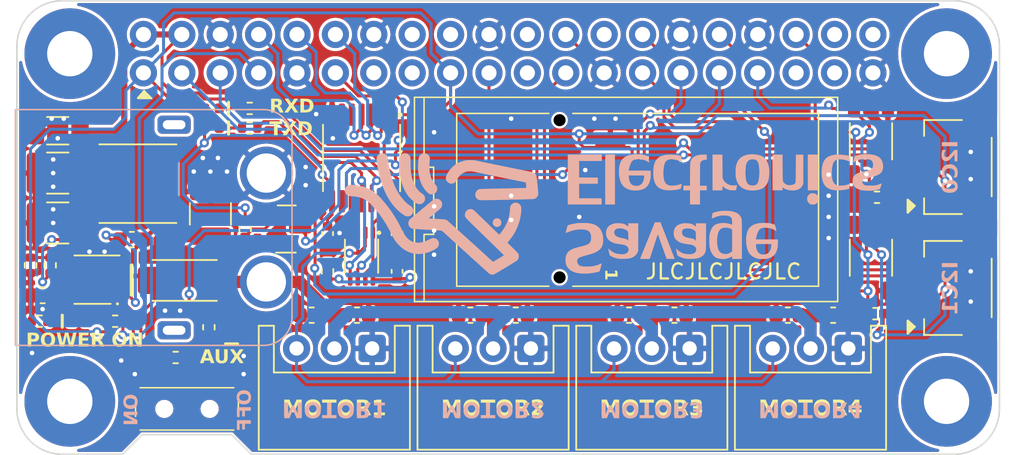
<source format=kicad_pcb>
(kicad_pcb (version 20221018) (generator pcbnew)
  (layers (0 "F.Cu" signal) (31 "B.Cu" signal) (34 "B.Paste" user) (35 "F.Paste" user) (36 "B.SilkS" user "B.Silkscreen") (37 "F.SilkS" user "F.Silkscreen") (38 "B.Mask" user) (39 "F.Mask" user) (44 "Edge.Cuts" user))
  (net 0 "")
  (net 1 "VDD")
  (net 2 "GND")
  (net 3 "VCC")
  (net 4 "Net-(D1-K)")
  (net 5 "Net-(D2-K)")
  (net 6 "Net-(D3-K)")
  (net 7 "CTRLL")
  (net 8 "Net-(D4-K)")
  (net 9 "RXDL")
  (net 10 "TXDL")
  (net 11 "DATAL")
  (net 12 "DATA")
  (net 15 "TXD")
  (net 16 "RXD")
  (net 17 "CTRL")
  (net 18 "VDC")
  (net 19 "STATUS")
  (net 20 "SDA1")
  (net 21 "SCL1")
  (net 23 "PGOOD")
  (net 28 "SDA0")
  (net 29 "SCL0")
  (net 30 "CS")
  (net 31 "BTN2")
  (net 32 "BTN1")
  (net 36 "EN")
  (net 37 "Net-(U3-BST)")
  (net 38 "Net-(U3-LX)")
  (net 39 "Net-(U3-BIAS)")
  (net 40 "Net-(U3-FB)")
  (net 47 "Net-(LCD1-LED_CATHODE)")
  (net 48 "MOSI")
  (net 49 "SCK")
  (net 50 "RS")
  (net 51 "RST")
  (net 52 "BLK")
  (net 54 "VD")
  (footprint "Savage_Electronics:Raspberry Pi Zero Hat" (layer "F.Cu") (at 117 30)
    (fp_text reference "J2" hide)
    (fp_text value "Raspberry_Pi_2_3")
  )
  (footprint "Capacitor_SMD:C_1206_3216Metric" (layer "F.Cu") (at 87.2 35.1 180)
    (fp_text reference "C17" hide)
    (fp_text value "22uF")
  )
  (footprint "Diode_SMD:D_SMA" (layer "F.Cu") (at 95.6 45)
    (fp_text reference "D5" hide)
    (fp_text value "MBRA340")
  )
  (footprint "Capacitor_SMD:C_0402_1005Metric" (layer "F.Cu") (at 109.65 44.4 90)
    (fp_text reference "C2" hide)
    (fp_text value "0.1uF" hide)
  )
  (footprint "Resistor_SMD:R_0402_1005Metric" (layer "F.Cu") (at 91 47.7)
    (fp_text reference "R7" hide)
    (fp_text value "10K")
  )
  (footprint "Capacitor_SMD:C_0402_1005Metric" (layer "F.Cu") (at 105.05 41.9 -90)
    (fp_text reference "C1" hide)
    (fp_text value "1uF")
  )
  (footprint "Savage_Electronics:TDFN12_3x3mm_P05_EP" (layer "F.Cu") (at 89.8 45 180)
    (fp_text reference "U3" hide)
    (fp_text value "MAX25232")
  )
  (footprint "Resistor_SMD:R_0402_1005Metric" (layer "F.Cu") (at 86.7 44 90)
    (fp_text reference "R9" hide)
    (fp_text value "120K")
  )
  (footprint "Savage_Electronics:450404015514_SW" (layer "F.Cu") (at 95.75 53.5 180)
    (fp_text reference "S1" hide)
    (fp_text value "450404015514")
  )
  (footprint "Resistor_SMD:R_0402_1005Metric" (layer "F.Cu") (at 99.9 33.62)
    (fp_text reference "R1" hide)
    (fp_text value "1K")
  )
  (footprint "Resistor_SMD:R_0402_1005Metric" (layer "F.Cu") (at 86 47.7 180)
    (fp_text reference "R4" hide)
    (fp_text value "1K")
  )
  (footprint "Capacitor_SMD:C_0603_1608Metric" (layer "F.Cu") (at 92.1 42.3)
    (fp_text reference "C12" hide)
    (fp_text value "0.1uF")
  )
  (footprint "Button_SMD:434123025826" (layer "F.Cu") (at 141 43.5 90)
    (fp_text reference "S3" hide)
    (fp_text value "Push_Button_4pin")
  )
  (footprint "Resistor_SMD:R_0402_1005Metric" (layer "F.Cu") (at 97.2 48.1 90)
    (fp_text reference "R3" hide)
    (fp_text value "1K")
  )
  (footprint "Resistor_SMD:R_0402_1005Metric" (layer "F.Cu") (at 99.9 34.92)
    (fp_text reference "R2" hide)
    (fp_text value "1K")
  )
  (footprint "JST_Connectors:JST_EH_S3B-EH_1x03_P2.50mm_Horizontal" (layer "F.Cu") (at 105.5 49.5 180)
    (fp_text reference "J1" hide)
    (fp_text value "Conn_01x03_Socket" hide)
  )
  (footprint "JST_Connectors:JST_EH_S3B-EH_1x03_P2.50mm_Horizontal" (layer "F.Cu") (at 137 49.5 180)
    (fp_text reference "J5" hide)
    (fp_text value "Conn_01x03_Socket")
  )
  (footprint "Capacitor_SMD:C_0603_1608Metric" (layer "F.Cu") (at 135.5 47.3 180)
    (fp_text reference "C6" hide)
    (fp_text value "10uF")
  )
  (footprint "Package_TO_SOT_SMD:SOT-23" (layer "F.Cu") (at 102.3 41.6)
    (fp_text reference "Q1" hide)
    (fp_text value "NMOS")
  )
  (footprint "Capacitor_SMD:C_0603_1608Metric" (layer "F.Cu") (at 104 47.3 180)
    (fp_text reference "C3" hide)
    (fp_text value "10uF")
  )
  (footprint "Button_SMD:434123025826" (layer "F.Cu") (at 141 35.8 90)
    (fp_text reference "S2" hide)
    (fp_text value "Push_Button_4pin")
  )
  (footprint "Connector_JST:JST_SH_SM04B-SRSS-TB_1x04-1MP_P1.00mm_Horizontal" (layer "F.Cu") (at 146.3 37.5 90)
    (fp_text reference "J6" hide)
    (fp_text value "Conn_01x04_Socket")
  )
  (footprint "Inductor_SMD:L_Taiyo-Yuden_MD-5050" (layer "F.Cu") (at 92.5 38.6 180)
    (fp_text reference "L1" hide)
    (fp_text value "2.2uH")
  )
  (footprint "Resistor_SMD:R_0402_1005Metric" (layer "F.Cu") (at 105.05 44.4 90)
    (fp_text reference "R5" hide)
    (fp_text value "10K")
  )
  (footprint "Capacitor_SMD:C_0603_1608Metric" (layer "F.Cu") (at 125 47.3 180)
    (fp_text reference "C8" hide)
    (fp_text value "10uF")
  )
  (footprint "Capacitor_SMD:C_0603_1608Metric" (layer "F.Cu") (at 138.5 47.3)
    (fp_text reference "C7" hide)
    (fp_text value "1uF")
  )
  (footprint "Resistor_SMD:R_0402_1005Metric" (layer "F.Cu") (at 99.6 41.6 -90)
    (fp_text reference "R10" hide)
    (fp_text value "10K")
  )
  (footprint "SMD_MONO_LED:0402LED" (layer "F.Cu") (at 88.6 47.7)
    (fp_text reference "D4" hide)
    (fp_text value "Green")
  )
  (footprint "Capacitor_SMD:C_0603_1608Metric" (layer "F.Cu") (at 117.5 47.3)
    (fp_text reference "C11" hide)
    (fp_text value "1uF")
  )
  (footprint "JST_Connectors:JST_EH_S3B-EH_1x03_P2.50mm_Horizontal" (layer "F.Cu") (at 126.5 49.5 180)
    (fp_text reference "J4" hide)
    (fp_text value "Conn_01x03_Socket")
  )
  (footprint "SMD_MONO_LED:0402LED" (layer "F.Cu") (at 97.4 33.62 180)
    (fp_text reference "D1" hide)
    (fp_text value "Orange")
  )
  (footprint "Capacitor_SMD:C_1210_3225Metric" (layer "F.Cu") (at 97.3 40.6 90)
    (fp_text reference "C19" hide)
    (fp_text value "22uF")
  )
  (footprint "Capacitor_SMD:C_0603_1608Metric" (layer "F.Cu") (at 86.2 46 180)
    (fp_text reference "C13" hide)
    (fp_text value "1uF")
  )
  (footprint "Capacitor_SMD:C_1210_3225Metric" (layer "F.Cu") (at 87.2 41.2 180)
    (fp_text reference "C16" hide)
    (fp_text value "47uF")
  )
  (footprint "SMD_MONO_LED:0402LED" (layer "F.Cu") (at 98.7 48.1 90)
    (fp_text reference "D3" hide)
    (fp_text value "Blue")
  )
  (footprint "JST_Connectors:JST_EH_S3B-EH_1x03_P2.50mm_Horizontal" (layer "F.Cu") (at 116 49.5 180)
    (fp_text reference "J3" hide)
    (fp_text value "Conn_01x03_Socket")
  )
  (footprint "Capacitor_SMD:C_0603_1608Metric" (layer "F.Cu") (at 107 47.3)
    (fp_text reference "C4" hide)
    (fp_text value "1uF")
  )
  (footprint "LCD_Displays:IPS 0.96" (layer "F.Cu") (at 110.8 46.4)
    (fp_text reference "LCD1" hide)
    (fp_text value "ST7735")
  )
  (footprint "Resistor_SMD:R_0402_1005Metric" (layer "F.Cu") (at 85.4 44 -90)
    (fp_text reference "R8" hide)
    (fp_text value "30K")
  )
  (footprint "Capacitor_SMD:C_1210_3225Metric" (layer "F.Cu") (at 87.2 37.9 180)
    (fp_text reference "C15" hide)
    (fp_text value "47uF")
  )
  (footprint "VSSOP_SMD:VSSOP-8_2.3x2mm_P0.5mm" (layer "F.Cu") (at 107.3 43.4 -90)
    (fp_text reference "U2" hide)
    (fp_text value "SN74LVC2G241DCTR")
  )
  (footprint "Capacitor_SMD:C_0402_1005Metric" (layer "F.Cu") (at 109.65 41.9 -90)
    (fp_text reference "C5" hide)
    (fp_text value "0.1uF")
  )
  (footprint "Resistor_SMD:R_0402_1005Metric" (layer "F.Cu") (at 141.4 39.5 180)
    (fp_text reference "R11" hide)
    (fp_text value "10K")
  )
  (footprint "SMD_MONO_LED:0402LED" (layer "F.Cu") (at 97.4 34.92 180)
    (fp_text reference "D2" hide)
    (fp_text value "Orange")
  )
  (footprint "Resistor_SMD:R_0402_1005Metric" (layer "F.Cu") (at 95 50.1 180)
    (fp_text reference "R6" hide)
    (fp_text value "10K")
  )
  (footprint "Capacitor_SMD:C_0603_1608Metric" (layer "F.Cu") (at 114.5 47.3 180)
    (fp_text reference "C10" hide)
    (fp_text value "10uF")
  )
  (footprint "TSSOP_SMD:TSSOP14_5x4.4_0.65" (layer "F.Cu") (at 107.3 36.9 -90)
    (fp_text reference "U1" hide)
    (fp_text value "TXB0104PWR")
  )
  (footprint "Capacitor_SMD:C_0603_1608Metric" (layer "F.Cu") (at 128 47.3)
    (fp_text reference "C9" hide)
    (fp_text value "1uF")
  )
  (footprint "Connector_JST:JST_SH_SM04B-SRSS-TB_1x04-1MP_P1.00mm_Horizontal" (layer "F.Cu") (at 146.3 45.5 90)
    (fp_text reference "J7" hide)
    (fp_text value "Conn_01x04_Socket")
  )
  (footprint "Resistor_SMD:R_0402_1005Metric" (layer "F.Cu") (at 141.3 47.2 180)
    (fp_text reference "R12" hide)
    (fp_text value "10K")
  )
  (footprint "SE_Graphics:G_SELOGO_MED" (layer "B.Cu") (at 124 40.6)
    (fp_text reference "G_logoMedium" hide)
    (fp_text value "LOGO" hide)
  )
  (footprint "Savage_Electronics:XT60PW-M20" (layer "B.Cu") (at 101 41.5 -90)
    (fp_text reference "J8" hide)
    (fp_text value "Conn_01x02_Socket")
  )
  (gr_poly (pts (xy 93.363763 32.934979) (xy 92.513763 32.934979) (xy 92.913763 32.484979)) (stroke (width 0.15)) (fill solid) (layer "F.SilkS"))
  (gr_poly (pts (xy 143.431564 40.514258) (xy 143.431564 39.664258) (xy 143.881564 40.064258)) (stroke (width 0.15)) (fill solid) (layer "F.SilkS"))
  (gr_poly (pts (xy 143.431564 48.514258) (xy 143.431564 47.664258) (xy 143.881564 48.064258)) (stroke (width 0.15)) (fill solid) (layer "F.SilkS"))
  (gr_line (start 100 56.5) (end 146.5 56.5) (stroke (width 0.1)) (layer "Edge.Cuts"))
  (gr_line (start 98.7 55.2) (end 100 56.5) (stroke (width 0.1)) (layer "Edge.Cuts"))
  (gr_arc (start 87.5 56.5) (mid 85.37868 55.62132) (end 84.5 53.5) (stroke (width 0.1)) (layer "Edge.Cuts"))
  (gr_line (start 149.5 53.5) (end 149.5 29.5) (stroke (width 0.1)) (layer "Edge.Cuts"))
  (gr_arc (start 146.5 26.5) (mid 148.62132 27.37868) (end 149.5 29.5) (stroke (width 0.1)) (layer "Edge.Cuts"))
  (gr_line (start 92.8 55.2) (end 98.7 55.2) (stroke (width 0.1)) (layer "Edge.Cuts"))
  (gr_line (start 87.5 56.5) (end 91.5 56.5) (stroke (width 0.1)) (layer "Edge.Cuts"))
  (gr_arc (start 84.5 29.5) (mid 85.37868 27.37868) (end 87.5 26.5) (stroke (width 0.1)) (layer "Edge.Cuts"))
  (gr_arc (start 149.5 53.5) (mid 148.62132 55.62132) (end 146.5 56.5) (stroke (width 0.1)) (layer "Edge.Cuts"))
  (gr_line (start 146.5 26.5) (end 87.5 26.5) (stroke (width 0.1)) (layer "Edge.Cuts"))
  (gr_line (start 84.5 29.5) (end 84.5 53.5) (stroke (width 0.1)) (layer "Edge.Cuts"))
  (gr_line (start 91.5 56.5) (end 92.8 55.2) (stroke (width 0.1)) (layer "Edge.Cuts"))
  (gr_text "MOTOR4" (at 137 53.5 180) (layer "B.SilkS") (effects (font (size 1.016 1.016) (thickness 0.2) bold) (justify mirror)))
  (gr_text "I2C0" (at 146.3 37.5 90) (layer "B.SilkS") (effects (font (size 1.016 1.016) (thickness 0.2) bold) (justify mirror)))
  (gr_text "OFF" (at 99.6 52.2 90) (layer "B.SilkS") (effects (font (size 0.9 0.9) (thickness 0.2) bold) (justify left mirror)))
  (gr_text "ON" (at 92.1 52.5 90) (layer "B.SilkS") (effects (font (size 0.9 0.9) (thickness 0.2) bold) (justify left mirror)))
  (gr_text "MOTOR2" (at 116 53.5 180) (layer "B.SilkS") (effects (font (size 1.016 1.016) (thickness 0.2) bold) (justify mirror)))
  (gr_text "MOTOR3" (at 126.5 53.5 180) (layer "B.SilkS") (effects (font (size 1.016 1.016) (thickness 0.2) bold) (justify mirror)))
  (gr_text "I2C1" (at 146.3 45.5 90) (layer "B.SilkS") (effects (font (size 1.016 1.016) (thickness 0.2) bold) (justify mirror)))
  (gr_text "MOTOR1" (at 105.5 53.5 180) (layer "B.SilkS") (effects (font (size 1.016 1.016) (thickness 0.2) bold) (justify mirror)))
  (gr_text "MOTOR3" (at 126.5 53.5) (layer "F.SilkS") (effects (font (size 1.016 1.016) (thickness 0.2) bold)))
  (gr_text "MOTOR2" (at 116 53.5) (layer "F.SilkS") (effects (font (size 1.016 1.016) (thickness 0.2) bold)))
  (gr_text "POWER ON" (at 85.1 49) (layer "F.SilkS") (effects (font (size 0.9 0.9) (thickness 0.2) bold) (justify left)))
  (gr_text "RXD" (at 101.2 33.52) (layer "F.SilkS") (effects (font (size 0.9 0.9) (thickness 0.2) bold) (justify left)))
  (gr_text "AUX" (at 96.6 50.1) (layer "F.SilkS") (effects (font (size 0.9 0.9) (thickness 0.2) bold) (justify left)))
  (gr_text "TXD" (at 101.2 35.02) (layer "F.SilkS") (effects (font (size 0.9 0.9) (thickness 0.2) bold) (justify left)))
  (gr_text "JLCJLCJLCJLC" (at 126 45) (layer "F.SilkS") (effects (font (size 1 1)) (justify left bottom)))
  (gr_text "MOTOR1" (at 105.5 53.5) (layer "F.SilkS") (effects (font (size 1.016 1.016) (thickness 0.2) bold)))
  (gr_text "MOTOR4" (at 137 53.5) (layer "F.SilkS") (effects (font (size 1.016 1.016) (thickness 0.2) bold)))
  (segment (start 109.65 41.42) (end 109.7024 41.3676) (width 0.2) (layer "F.Cu") (net 1))
  (segment (start 105.35 40.65) (end 105.35 39.7625) (width 0.2) (layer "F.Cu") (net 1))
  (segment (start 109.25 34.0375) (end 112.2625 34.0375) (width 0.2) (layer "F.Cu") (net 1))
  (segment (start 123.76 37.6) (end 125 37.6) (width 0.2) (layer "F.Cu") (net 1))
  (segment (start 121.7 35.9) (end 121.7 35.3) (width 0.2) (layer "F.Cu") (net 1))
  (segment (start 105.35 38.65) (end 105.35 39.7625) (width 0.2) (layer "F.Cu") (net 1))
  (segment (start 113.19 33.11) (end 113.19 31.27) (width 0.2) (layer "F.Cu") (net 1))
  (segment (start 109.25 35.45) (end 109.25 34.0375) (width 0.2) (layer "F.Cu") (net 1))
  (segment (start 123.76 36.2) (end 122 36.2) (width 0.2) (layer "F.Cu") (net 1))
  (segment (start 122 36.2) (end 121.7 35.9) (width 0.2) (layer "F.Cu") (net 1))
  (segment (start 105.05 41.42) (end 105.05 40.95) (width 0.2) (layer "F.Cu") (net 1))
  (segment (start 96.915 35.885) (end 96.915 33.615) (width 0.2) (layer "F.Cu") (net 1))
  (segment (start 89.085 47.7) (end 90.49 47.7) (width 0.2) (layer "F.Cu") (net 1))
  (segment (start 109.7024 41.3676) (end 109.7024 38.3024) (width 0.2) (layer "F.Cu") (net 1))
  (segment (start 125.2 36.4) (end 125 36.2) (width 0.2) (layer "F.Cu") (net 1))
  (segment (start 141.4 48.32) (end 141.81 47.91) (width 0.2) (layer "F.Cu") (net 1))
  (segment (start 99.6 41.09) (end 99.6 40.2) (width 0.2) (layer "F.Cu") (net 1))
  (segment (start 144.3 46) (end 145.5 46) (width 0.2) (layer "F.Cu") (net 1))
  (segment (start 141.4 48.6) (end 141.4 48.32) (width 0.2) (layer "F.Cu") (net 1))
  (segment (start 90.3 48.4) (end 89.8 48.4) (width 0.2) (layer "F.Cu") (net 1))
  (segment (start 96.915 33.615) (end 96.3 33) (width 0.2) (layer "F.Cu") (net 1))
  (segment (start 125.2 37.4) (end 125.2 36.4) (width 0.2) (layer "F.Cu") (net 1))
  (segment (start 141.1 40.3) (end 141.1 42.7) (width 0.2) (layer "F.Cu") (net 1))
  (segment (start 145.9 38.4) (end 145.5 38) (width 0.2) (layer "F.Cu") (net 1))
  (segment (start 108.8 37.4) (end 108.8 35.9) (width 0.2) (layer "F.Cu") (net 1))
  (segment (start 90.49 47.7) (end 90.49 48.21) (width 0.2) (layer "F.Cu") (net 1))
  (segment (start 145.9 45.6) (end 145.9 38.4) (width 0.2) (layer "F.Cu") (net 1))
  (segment (start 90.49 48.21) (end 90.3 48.4) (width 0.2) (layer "F.Cu") (net 1))
  (segment (start 141.81 47.91) (end 141.81 47.1) (width 0.2) (layer "F.Cu") (net 1))
  (segment (start 94.6 33) (end 92.87 31.27) (width 0.2) (layer "F.Cu") (net 1))
  (segment (start 125 36.2) (end 123.76 36.2) (width 0.2) (layer "F.Cu") (net 1))
  (segment (start 104.7 38) (end 105.35 38.65) (width 0.2) (layer "F.Cu") (net 1))
  (segment (start 108.8 35.9) (end 109.25 35.45) (width 0.2) (layer "F.Cu") (net 1))
  (segment (start 96.9 35.9) (end 96.915 35.885) (width 0.2) (layer "F.Cu") (net 1))
  (segment (start 112.2625 34.0375) (end 113.19 33.11) (width 0.2) (layer "F.Cu") (net 1))
  (segment (start 141.91 39.49) (end 141.1 40.3) (width 0.2) (layer "F.Cu") (net 1))
  (segment (start 109.7024 38.3024) (end 108.8 37.4) (width 0.2) (layer "F.Cu") (net 1))
  (segment (start 145.5 38) (end 144.3 38) (width 0.2) (layer "F.Cu") (net 1))
  (segment (start 125 37.6) (end 125.2 37.4) (width 0.2) (layer "F.Cu") (net 1))
  (segment (start 145.5 46) (end 145.9 45.6) (width 0.2) (layer "F.Cu") (net 1))
  (segment (start 96.3 33) (end 94.6 33) (width 0.2) (layer "F.Cu") (net 1))
  (segment (start 105.05 40.95) (end 105.35 40.65) (width 0.2) (layer "F.Cu") (net 1))
  (segment (start 141.1 42.7) (end 141.7 43.3) (width 0.2) (layer "F.Cu") (net 1))
  (via (at 145.9 45.6) (size 0.6) (drill 0.3) (layers "F.Cu" "B.Cu") (net 1))
  (via (at 104.7 38) (size 0.6) (drill 0.3) (layers "F.Cu" "B.Cu") (net 1))
  (via (at 89.8 48.4) (size 0.6) (drill 0.3) (layers "F.Cu" "B.Cu") (net 1))
  (via (at 141.7 43.3) (size 0.6) (drill 0.3) (layers "F.Cu" "B.Cu") (net 1))
  (via (at 121.7 35.3) (size 0.6) (drill 0.3) (layers "F.Cu" "B.Cu") (net 1))
  (via (at 96.9 35.9) (size 0.6) (drill 0.3) (layers "F.Cu" "B.Cu") (net 1))
  (via (at 145.9 38.4) (size 0.6) (drill 0.3) (layers "F.Cu" "B.Cu") (net 1))
  (via (at 141.4 48.6) (size 0.6) (drill 0.3) (layers "F.Cu" "B.Cu") (net 1))
  (via (at 99.6 40.2) (size 0.6) (drill 0.3) (layers "F.Cu" "B.Cu") (net 1))
  (segment (start 111.9 29.98) (end 113.19 31.27) (width 0.2) (layer "B.Cu") (net 1))
  (segment (start 111.9 28) (end 111.9 29.98) (width 0.2) (layer "B.Cu") (net 1))
  (segment (start 85.4 36.3) (end 86.7 35) (width 0.2) (layer "B.Cu") (net 1))
  (segment (start 99.6 40.2) (end 96.4 40.2) (width 0.2) (layer "B.Cu") (net 1))
  (segment (start 94.9 27.3) (end 111.2 27.3) (width 0.2) (layer "B.Cu") (net 1))
  (segment (start 97.4 35.4) (end 96.9 35.9) (width 0.2) (layer "B.Cu") (net 1))
  (segment (start 111.2 27.3) (end 111.9 28) (width 0.2) (layer "B.Cu") (net 1))
  (segment (start 94.2 28) (end 94.9 27.3) (width 0.2) (layer "B.Cu") (net 1))
  (segment (start 144.5 34.1) (end 145.9 35.5) (width 0.2) (layer "B.Cu") (net 1))
  (segment (start 104.7 38) (end 104.7 37.6) (width 0.2) (layer "B.Cu") (net 1))
  (segment (start 121.7 35.3) (end 129.6 35.3) (width 0.2) (layer "B.Cu") (net 1))
  (segment (start 130.8 34.1) (end 144.5 34.1) (width 0.2) (layer "B.Cu") (net 1))
  (segment (start 141.4 48.6) (end 144.6 48.6) (width 0.2) (layer "B.Cu") (net 1))
  (segment (start 113.19 33.49) (end 113.19 31.27) (width 0.2) (layer "B.Cu") (net 1))
  (segment (start 121.7 35.3) (end 115 35.3) (width 0.2) (layer "B.Cu") (net 1))
  (segment (start 102.5 35.4) (end 97.4 35.4) (width 0.2) (layer "B.Cu") (net 1))
  (segment (start 90.9 35) (end 91.7 34.2) (width 0.2) (layer "B.Cu") (net 1))
  (segment (start 115 35.3) (end 113.19 33.49) (width 0.2) (layer "B.Cu") (net 1))
  (segment (start 144.6 48.6) (end 145.9 47.3) (width 0.2) (layer "B.Cu") (net 1))
  (segment (start 86.7 35) (end 90.9 35) (width 0.2) (layer "B.Cu") (net 1))
  (segment (start 96.4 40.2) (end 95.5 39.3) (width 0.2) (layer "B.Cu") (net 1))
  (segment (start 94.2 29.94) (end 94.2 28) (width 0.2) (layer "B.Cu") (net 1))
  (segment (start 91.7 32.44) (end 92.87 31.27) (width 0.2) (layer "B.Cu") (net 1))
  (segment (start 85.4 47.3) (end 85.4 36.3) (width 0.2) (layer "B.Cu") (net 1))
  (segment (start 104.7 37.6) (end 102.5 35.4) (width 0.2) (layer "B.Cu") (net 1))
  (segment (start 95.5 39.3) (end 95.5 37.3) (width 0.2) (layer "B.Cu") (net 1))
  (segment (start 145.9 47.3) (end 145.9 45.6) (width 0.2) (layer "B.Cu") (net 1))
  (segment (start 141.7 48.3) (end 141.4 48.6) (width 0.2) (layer "B.Cu") (net 1))
  (segment (start 95.5 37.3) (end 96.9 35.9) (width 0.2) (layer "B.Cu") (net 1))
  (segment (start 145.9 35.5) (end 145.9 38.4) (width 0.2) (layer "B.Cu") (net 1))
  (segment (start 89.8 48.4) (end 86.5 48.4) (width 0.2) (layer "B.Cu") (net 1))
  (segment (start 129.6 35.3) (end 130.8 34.1) (width 0.2) (layer "B.Cu") (net 1))
  (segment (start 141.7 43.3) (end 141.7 48.3) (width 0.2) (layer "B.Cu") (net 1))
  (segment (start 91.7 34.2) (end 91.7 32.44) (width 0.2) (layer "B.Cu") (net 1))
  (segment (start 86.5 48.4) (end 85.4 47.3) (width 0.2) (layer "B.Cu") (net 1))
  (segment (start 92.87 31.27) (end 94.2 29.94) (width 0.2) (layer "B.Cu") (net 1))
  (via (at 86.9 40.3) (size 0.6) (drill 0.3) (layers "F.Cu" "B.Cu") (net 2))
  (via (at 87.2 35.6) (size 0.6) (drill 0.3) (layers "F.Cu" "B.Cu") (net 2))
  (via (at 121.7 40.8) (size 0.6) (drill 0.3) (layers "F.Cu" "B.Cu") (net 2))
  (via (at 87.6 34.3) (size 0.6) (drill 0.3) (layers "F.Cu" "B.Cu") (net 2))
  (via (at 138.2 38) (size 0.6) (drill 0.3) (layers "F.Cu" "B.Cu") (net 2))
  (via (at 112.1 41.7) (size 0.6) (drill 0.3) (layers "F.Cu" "B.Cu") (net 2))
  (via (at 86.9 37.9) (size 0.6) (drill 0.3) (layers "F.Cu" "B.Cu") (net 2))
  (via (at 86.9 38.8) (size 0.6) (drill 0.3) (layers "F.Cu" "B.Cu") (net 2))
  (via (at 91.4 50.3) (size 0.6) (drill 0.3) (layers "F.Cu" "B.Cu") (net 2))
  (via (at 147.6 44.4) (size 0.6) (drill 0.3) (layers "F.Cu" "B.Cu") (net 2))
  (via (at 96.2 37.8) (size 0.6) (drill 0.3) (layers "F.Cu" "B.Cu") (net 2))
  (via (at 112.1 40.1) (size 0.6) (drill 0.3) (layers "F.Cu" "B.Cu") (net 2))
  (via (at 147.6 46.4) (size 0.6) (drill 0.3) (layers "F.Cu" "B.Cu") (net 2))
  (via (at 105.843173 41.864944) (size 0.6) (drill 0.3) (layers "F.Cu" "B.Cu") (net 2))
  (via (at 105.4 35.6) (size 0.6) (drill 0.3) (layers "F.Cu" "B.Cu") (net 2))
  (via (at 147.6 36.5) (size 0.6) (drill 0.3) (layers "F.Cu" "B.Cu") (net 2))
  (via (at 86.8 34.3) (size 0.6) (drill 0.3) (layers "F.Cu" "B.Cu") (net 2))
  (via (at 138.2 42.2) (size 0.6) (drill 0.3) (layers "F.Cu" "B.Cu") (net 2))
  (via (at 99.5 51.2) (size 0.6) (drill 0.3) (layers "F.Cu" "B.Cu") (net 2))
  (via (at 122.1 37.7) (size 0.6) (drill 0.3) (layers "F.Cu" "B.Cu") (net 2))
  (via (at 86.9 37) (size 0.6) (drill 0.3) (layers "F.Cu" "B.Cu") (net 2))
  (via (at 117.2 34.3) (size 0.6) (drill 0.3) (layers "F.Cu" "B.Cu") (net 2))
  (via (at 103.6 38.7) (size 0.6) (drill 0.3) (layers "F.Cu" "B.Cu") (net 2))
  (via (at 103.6 37.5) (size 0.6) (drill 0.3) (layers "F.Cu" "B.Cu") (net 2))
  (via (at 86.2 46.9) (size 0.6) (drill 0.3) (layers "F.Cu" "B.Cu") (net 2))
  (via (at 85.5 49.8) (size 0.6) (drill 0.3) (layers "F.Cu" "B.Cu") (net 2))
  (via (at 138.2 40.8) (size 0.6) (drill 0.3) (layers "F.Cu" "B.Cu") (net 2))
  (via (at 98.4 37.8) (size 0.6) (drill 0.3) (layers "F.Cu" "B.Cu") (net 2))
  (via (at 95.3 47) (size 0.6) (drill 0.3) (layers "F.Cu" "B.Cu") (net 2))
  (via (at 147.6 38.3) (size 0.6) (drill 0.3) (layers "F.Cu" "B.Cu") (net 2))
  (via (at 97.3 37.8) (size 0.6) (drill 0.3) (layers "F.Cu" "B.Cu") (net 2))
  (via (at 138.2 39.4) (size 0.6) (drill 0.3) (layers "F.Cu" "B.Cu") (net 2))
  (via (at 90.3 43.1) (size 0.6) (drill 0.3) (layers "F.Cu" "B.Cu") (net 2))
  (via (at 112.1 43.3) (size 0.6) (drill 0.3) (layers "F.Cu" "B.Cu") (net 2))
  (via (at 89.3 43.1) (size 0.6) (drill 0.3) (layers "F.Cu" "B.Cu") (net 2))
  (via (at 96.8 36.9) (size 0.6) (drill 0.3) (layers "F.Cu" "B.Cu") (net 2))
  (via (at 117.2 39.4) (size 0.6) (drill 0.3) (layers "F.Cu" "B.Cu") (net 2))
  (via (at 122.7 34.3) (size 0.6) (drill 0.3) (layers "F.Cu" "B.Cu") (net 2))
  (via (at 94.3 47) (size 0.6) (drill 0.3) (layers "F.Cu" "B.Cu") (net 2))
  (via (at 124.1 34.3) (size 0.6) (drill 0.3) (layers "F.Cu" "B.Cu") (net 2))
  (via (at 99.5 50) (size 0.6) (drill 0.3) (layers "F.Cu" "B.Cu") (net 2))
  (via (at 104.3 34) (size 0.6) (drill 0.3) (layers "F.Cu" "B.Cu") (net 2))
  (via (at 97.8 36.9) (size 0.6) (drill 0.3) (layers "F.Cu" "B.Cu") (net 2))
  (via (at 112.1 35.2) (size 0.6) (drill 0.3) (layers "F.Cu" "B.Cu") (net 2))
  (via (at 117.2 41) (size 0.6) (drill 0.3) (layers "F.Cu" "B.Cu") (net 2))
  (via (at 86.9 41.2) (size 0.6) (drill 0.3) (layers "F.Cu" "B.Cu") (net 2))
  (via (at 92.3 51.2) (size 0.6) (drill 0.3) (layers "F.Cu" "B.Cu") (net 2))
  (segment (start 109.25 38.45) (end 107.2 36.4) (width 0.2) (layer "F.Cu") (net 3))
  (segment (start 88.675 41.2) (end 88.675 37.9) (width 0.8128) (layer "F.Cu") (net 3))
  (segment (start 101.5 33) (end 96.9 33) (width 0.2) (layer "F.Cu") (net 3))
  (segment (start 90.7 38.6) (end 90 37.9) (width 0.8128) (layer "F.Cu") (net 3))
  (segment (start 88.675 37.9) (end 88.675 35.1) (width 0.8128) (layer "F.Cu") (net 3))
  (segment (start 91 35.1) (end 88.675 35.1) (width 0.4064) (layer "F.Cu") (net 3))
  (segment (start 86.7 44.51) (end 86.7 44.6) (width 0.2) (layer "F.Cu") (net 3))
  (segment (start 96.9 33) (end 96.5 32.6) (width 0.2) (layer "F.Cu") (net 3))
  (segment (start 108.5 44.1) (end 108.05 44.55) (width 0.2) (layer "F.Cu") (net 3))
  (segment (start 94.1 31.9) (end 94.1 30.04) (width 0.2) (layer "F.Cu") (net 3))
  (segment (start 86.8 42.3) (end 88.3 42.3) (width 0.2) (layer "F.Cu") (net 3))
  (segment (start 90 37.9) (end 88.675 37.9) (width 0.8128) (layer "F.Cu") (net 3))
  (segment (start 91.6 34.5) (end 91 35.1) (width 0.4064) (layer "F.Cu") (net 3))
  (segment (start 105.79 44.91) (end 105.05 44.91) (width 0.2) (layer "F.Cu") (net 3))
  (segment (start 87.41 44.51) (end 86.7 44.51) (width 0.2) (layer "F.Cu") (net 3))
  (segment (start 108.05 44.95) (end 109.58 44.95) (width 0.2) (layer "F.Cu") (net 3))
  (segment (start 109.65 44.88) (end 110.42 44.88) (width 0.2) (layer "F.Cu") (net 3))
  (segment (start 109.25 40.65) (end 108.5 41.4) (width 0.2) (layer "F.Cu") (net 3))
  (segment (start 94.1 30.04) (end 95.41 28.73) (width 0.2) (layer "F.Cu") (net 3))
  (segment (start 88.3 42.3) (end 88.675 41.925) (width 0.2) (layer "F.Cu") (net 3))
  (segment (start 110.42 44.88) (end 110.5 44.8) (width 0.2) (layer "F.Cu") (net 3))
  (segment (start 91.6 30) (end 91.6 34.5) (width 0.4064) (layer "F.Cu") (net 3))
  (segment (start 108.05 44.55) (end 108.05 44.95) (width 0.2) (layer "F.Cu") (net 3))
  (segment (start 104.9 36.4) (end 101.5 33) (width 0.2) (layer "F.Cu") (net 3))
  (segment (start 107.2 36.4) (end 104.9 36.4) (width 0.2) (layer "F.Cu") (net 3))
  (segment (start 94.8 32.6) (end 94.1 31.9) (width 0.2) (layer "F.Cu") (net 3))
  (segment (start 92.87 28.73) (end 95.41 28.73) (width 0.4064) (layer "F.Cu") (net 3))
  (segment (start 86.7 44.6) (end 86.2 45.1) (width 0.2) (layer "F.Cu") (net 3))
  (segment (start 88.675 41.925) (end 88.675 41.2) (width 0.2) (layer "F.Cu") (net 3))
  (segment (start 92.87 28.73) (end 91.6 30) (width 0.4064) (layer "F.Cu") (net 3))
  (segment (start 109.25 39.7625) (end 109.25 38.45) (width 0.2) (layer "F.Cu") (net 3))
  (segment (start 96.5 32.6) (end 94.8 32.6) (width 0.2) (layer "F.Cu") (net 3))
  (segment (start 109.25 39.7625) (end 109.25 40.65) (width 0.2) (layer "F.Cu") (net 3))
  (segment (start 108.5 41.4) (end 108.5 44.1) (width 0.2) (layer "F.Cu") (net 3))
  (segment (start 88.45 44.7) (end 87.6 44.7) (width 0.2) (layer "F.Cu") (net 3))
  (segment (start 87.6 44.7) (end 87.41 44.51) (width 0.2) (layer "F.Cu") (net 3))
  (segment (start 109.58 44.95) (end 109.65 44.88) (width 0.2) (layer "F.Cu") (net 3))
  (segment (start 105.8 44.9) (end 105.79 44.91) (width 0.2) (layer "F.Cu") (net 3))
  (via (at 86.2 45.1) (size 0.6) (drill 0.3) (layers "F.Cu" "B.Cu") (net 3))
  (via (at 105.8 44.9) (size 0.6) (drill 0.3) (layers "F.Cu" "B.Cu") (net 3))
  (via (at 110.5 44.8) (size 0.6) (drill 0.3) (layers "F.Cu" "B.Cu") (net 3))
  (via (at 86.8 42.3) (size 0.6) (drill 0.3) (layers "F.Cu" "B.Cu") (net 3))
  (segment (start 86.8 42.3) (end 86.2 42.9) (width 0.2) (layer "B.Cu") (net 3))
  (segment (start 106 45.1) (end 105.8 44.9) (width 0.2) (layer "B.Cu") (net 3))
  (segment (start 86.2 42.9) (end 86.2 45.1) (width 0.2) (layer "B.Cu") (net 3))
  (segment (start 110.5 44.8) (end 110.2 45.1) (width 0.2) (layer "B.Cu") (net 3))
  (segment (start 110.2 45.1) (end 106 45.1) (width 0.2) (layer "B.Cu") (net 3))
  (segment (start 97.885 33.62) (end 99.39 33.62) (width 0.2) (layer "F.Cu") (net 4))
  (segment (start 97.885 34.92) (end 99.39 34.92) (width 0.2) (layer "F.Cu") (net 5))
  (segment (start 98.7 48.585) (end 97.225 48.585) (width 0.2) (layer "F.Cu") (net 6))
  (segment (start 97.225 48.585) (end 97.2 48.61) (width 0.2) (layer "F.Cu") (net 6))
  (segment (start 108.6 35.178653) (end 108.366201 35.412452) (width 0.2) (layer "F.Cu") (net 7))
  (segment (start 108.6 34.0375) (end 108.6 35.178653) (width 0.2) (layer "F.Cu") (net 7))
  (via (at 108.366201 35.412452) (size 0.6) (drill 0.3) (layers "F.Cu" "B.Cu") (net 7))
  (segment (start 107.7 34.718788) (end 107.7 33.1) (width 0.2) (layer "B.Cu") (net 7))
  (segment (start 107.7 33.1) (end 106.847489 32.247489) (width 0.2) (layer "B.Cu") (net 7))
  (segment (start 106.847489 32.247489) (end 106.847489 30.007489) (width 0.2) (layer "B.Cu") (net 7))
  (segment (start 108.366201 35.412452) (end 108.1524 35.198651) (width 0.2) (layer "B.Cu") (net 7))
  (segment (start 108.1524 35.171188) (end 107.7 34.718788) (width 0.2) (layer "B.Cu") (net 7))
  (segment (start 106.847489 30.007489) (end 105.57 28.73) (width 0.2) (layer "B.Cu") (net 7))
  (segment (start 108.1524 35.198651) (end 108.1524 35.171188) (width 0.2) (layer "B.Cu") (net 7))
  (segment (start 86.51 47.7) (end 88.115 47.7) (width 0.2) (layer "F.Cu") (net 8))
  (segment (start 107.6 35.4) (end 107.95 35.05) (width 0.2) (layer "F.Cu") (net 9))
  (segment (start 107.95 35.05) (end 107.95 34.0375) (width 0.2) (layer "F.Cu") (net 9))
  (via (at 107.6 35.4) (size 0.6) (drill 0.3) (layers "F.Cu" "B.Cu") (net 9))
  (segment (start 106.5 32.6) (end 104.9 32.6) (width 0.2) (layer "B.Cu") (net 9))
  (segment (start 104.3 29.9) (end 103.13 28.73) (width 0.2) (layer "B.Cu") (net 9))
  (segment (start 104.3 32) (end 104.3 29.9) (width 0.2) (layer "B.Cu") (net 9))
  (segment (start 107.6 35.4) (end 107.2 35) (width 0.2) (layer "B.Cu") (net 9))
  (segment (start 107.2 33.3) (end 106.5 32.6) (width 0.2) (layer "B.Cu") (net 9))
  (segment (start 103.13 28.73) (end 103.03 28.73) (width 0.2) (layer "B.Cu") (net 9))
  (segment (start 107.2 35) (end 107.2 33.3) (width 0.2) (layer "B.Cu") (net 9))
  (segment (start 104.9 32.6) (end 104.3 32) (width 0.2) (layer "B.Cu") (net 9))
  (segment (start 107.3 34.0375) (end 107.3 34.9) (width 0.2) (layer "F.Cu") (net 10))
  (segment (start 107.3 34.9) (end 106.8 35.4) (width 0.2) (layer "F.Cu") (net 10))
  (via (at 106.8 35.4) (size 0.6) (drill 0.3) (layers "F.Cu" "B.Cu") (net 10))
  (segment (start 106.8 35.4) (end 106.8 33.6) (width 0.2) (layer "B.Cu") (net 10))
  (segment (start 106.8 33.6) (end 106.3 33.1) (width 0.2) (layer "B.Cu") (net 10))
  (segment (start 101.758644 32.258644) (end 101.758644 29.998644) (width 0.2) (layer "B.Cu") (net 10))
  (segment (start 106.3 33.1) (end 102.6 33.1) (width 0.2) (layer "B.Cu") (net 10))
  (segment (start 101.758644 29.998644) (end 100.49 28.73) (width 0.2) (layer "B.Cu") (net 10))
  (segment (start 102.6 33.1) (end 101.758644 32.258644) (width 0.2) (layer "B.Cu") (net 10))
  (segment (start 107.05 41.25) (end 106.65 40.85) (width 0.2) (layer "F.Cu") (net 12))
  (segment (start 107.05 41.85) (end 107.05 41.25) (width 0.2) (layer "F.Cu") (net 12))
  (segment (start 107 43.2) (end 107.1 43.2) (width 0.2) (layer "F.Cu") (net 12))
  (segment (start 106.2 43.2) (end 105.51 43.89) (width 0.2) (layer "F.Cu") (net 12))
  (segment (start 107.1 43.2) (end 107.55 42.75) (width 0.2) (layer "F.Cu") (net 12))
  (segment (start 107.05 43.15) (end 107 43.2) (width 0.2) (layer "F.Cu") (net 12))
  (segment (start 107.55 42.75) (end 107.55 41.85) (width 0.2) (layer "F.Cu") (net 12))
  (segment (start 106.5 43.2) (end 107 43.2) (width 0.2) (layer "F.Cu") (net 12))
  (segment (start 106.5 43.2) (end 106.2 43.2) (width 0.2) (layer "F.Cu") (net 12))
  (segment (start 107.05 41.85) (end 107.05 43.15) (width 0.2) (layer "F.Cu") (net 12))
  (segment (start 106.65 40.85) (end 106.65 39.7625) (width 0.2) (layer "F.Cu") (net 12))
  (segment (start 105.51 43.89) (end 105.05 43.89) (width 0.2) (layer "F.Cu") (net 12))
  (via (at 106.5 43.2) (size 0.6) (drill 0.3) (layers "F.Cu" "B.Cu") (net 12))
  (segment (start 103 49.5) (end 103 51) (width 0.2) (layer "B.Cu") (net 12))
  (segment (start 103 51) (end 103.7 51.7) (width 0.2) (layer "B.Cu") (net 12))
  (segment (start 113.5 49.5) (end 113.5 51.1) (width 0.2) (layer "B.Cu") (net 12))
  (segment (start 103.4 47.5) (end 103 47.9) (width 0.2) (layer "B.Cu") (net 12))
  (segment (start 103.4 44.1) (end 103.4 47.5) (width 0.2) (layer "B.Cu") (net 12))
  (segment (start 106.5 43.2) (end 104.3 43.2) (width 0.2) (layer "B.Cu") (net 12))
  (segment (start 113.5 51.1) (end 112.9 51.7) (width 0.2) (layer "B.Cu") (net 12))
  (segment (start 124 49.5) (end 124 50.9) (width 0.2) (layer "B.Cu") (net 12))
  (segment (start 103.7 51.7) (end 123.2 51.7) (width 0.2) (layer "B.Cu") (net 12))
  (segment (start 103 47.9) (end 103 49.5) (width 0.2) (layer "B.Cu") (net 12))
  (segment (start 123.2 51.7) (end 133.8 51.7) (width 0.2) (layer "B.Cu") (net 12))
  (segment (start 104.3 43.2) (end 103.4 44.1) (width 0.2) (layer "B.Cu") (net 12))
  (segment (start 133.8 51.7) (end 134.5 51) (width 0.2) (layer "B.Cu") (net 12))
  (segment (start 134.5 51) (end 134.5 49.5) (width 0.2) (layer "B.Cu") (net 12))
  (segment (start 124 50.9) (end 123.2 51.7) (width 0.2) (layer "B.Cu") (net 12))
  (segment (start 100.83 34.5) (end 101.8 34.5) (width 0.2) (layer "F.Cu") (net 15))
  (segment (start 107.3 38.4) (end 107.3 39.7625) (width 0.2) (layer "F.Cu") (net 15))
  (segment (start 101.8 34.5) (end 104.5 37.2) (width 0.2) (layer "F.Cu") (net 15))
  (segment (start 107.3 37.9) (end 107.3 38.4) (width 0.2) (layer "F.Cu") (net 15))
  (segment (start 106.55 44.05) (end 106.5 44) (width 0.2) (layer "F.Cu") (net 15))
  (segment (start 106.55 44.95) (end 106.55 44.05) (width 0.2) (layer "F.Cu") (net 15))
  (segment (start 104.5 37.2) (end 106.6 37.2) (width 0.2) (layer "F.Cu") (net 15))
  (segment (start 100.41 34.92) (end 100.83 34.5) (width 0.2) (layer "F.Cu") (net 15))
  (segment (start 106.6 37.2) (end 107.3 37.9) (width 0.2) (layer "F.Cu") (net 15))
  (via (at 106.5 44) (size 0.6) (drill 0.3) (layers "F.Cu" "B.Cu") (net 15))
  (via (at 107.3 38.4) (size 0.6) (drill 0.3) (layers "F.Cu" "B.Cu") (net 15))
  (segment (start 107.5 42.4) (end 107.5 38.6) (width 0.2) (layer "B.Cu") (net 15))
  (segment (start 106.5 44) (end 107.5 43) (width 0.2) (layer "B.Cu") (net 15))
  (segment (start 107.5 38.6) (end 107.3 38.4) (width 0.2) (layer "B.Cu") (net 15))
  (segment (start 107.5 43) (end 107.5 42.4) (width 0.2) (layer "B.Cu") (net 15))
  (segment (start 107.95 38.75) (end 107.95 39.7625) (width 0.2) (layer "F.Cu") (net 16))
  (segment (start 108.3 38.4) (end 107.95 38.75) (width 0.2) (layer "F.Cu") (net 16))
  (segment (start 108.3 38.2) (end 108.3 38.4) (width 0.2) (layer "F.Cu") (net 16))
  (segment (start 102 34.1) (end 104.7 36.8) (width 0.2) (layer "F.Cu") (net 16))
  (segment (start 104.7 36.8) (end 106.9 36.8) (width 0.2) (layer "F.Cu") (net 16))
  (segment (start 106.9 36.8) (end 108.3 38.2) (width 0.2) (layer "F.Cu") (net 16))
  (segment (start 100.41 33.62) (end 100.89 34.1) (width 0.2) (layer "F.Cu") (net 16))
  (segment (start 100.89 34.1) (end 102 34.1) (width 0.2) (layer "F.Cu") (net 16))
  (segment (start 107.05 44.95) (end 107.05 44.25) (width 0.2) (layer "F.Cu") (net 16))
  (segment (start 107.05 44.25) (end 107.3 44) (width 0.2) (layer "F.Cu") (net 16))
  (via (at 108.3 38.4) (size 0.6) (drill 0.3) (layers "F.Cu" "B.Cu") (net 16))
  (via (at 107.3 44) (size 0.6) (drill 0.3) (layers "F.Cu" "B.Cu") (net 16))
  (segment (start 108 40) (end 108 38.7) (width 0.2) (layer "B.Cu") (net 16))
  (segment (start 107.3 44) (end 108 43.3) (width 0.2) (layer "B.Cu") (net 16))
  (segment (start 108 43.3) (end 108 40) (width 0.2) (layer "B.Cu") (net 16))
  (segment (start 108 38.7) (end 108.3 38.4) (width 0.2) (layer "B.Cu") (net 16))
  (segment (start 108.05 41.25) (end 108.6 40.7) (width 0.2) (layer "F.Cu") (net 17))
  (segment (start 108.05 44.031212) (end 108.05 41.85) (width 0.2) (layer "F.Cu") (net 17))
  (segment (start 108.6 40.7) (end 108.6 39.7625) (width 0.2) (layer "F.Cu") (net 17))
  (segment (start 107.55 44.531212) (end 108.05 44.031212) (width 0.2) (layer "F.Cu") (net 17))
  (segment (start 107.55 44.95) (end 107.55 44.531212) (width 0.2) (layer "F.Cu") (net 17))
  (segment (start 108.05 41.85) (end 108.05 41.25) (width 0.2) (layer "F.Cu") (net 17))
  (segment (start 97.7 45.1) (end 97.6 45) (width 0.8128) (layer "F.Cu") (net 18))
  (segment (start 136.9 47.3) (end 136.475 47.3) (width 0.8128) (layer "F.Cu") (net 18))
  (segment (start 106.225 47.3) (end 104.775 47.3) (width 0.8128) (layer "F.Cu") (net 18))
  (segment (start 116.725 47.3) (end 116.3 47.3) (width 0.8128) (layer "F.Cu") (net 18))
  (segment (start 103.2 45.1) (end 101 45.1) (width 0.8128) (layer "F.Cu") (net 18))
  (segment (start 116.3 47.3) (end 116 47.6) (width 0.8128) (layer "F.Cu") (net 18))
  (segment (start 116 47.6) (end 116 49.5) (width 0.8128) (layer "F.Cu") (net 18))
  (segment (start 116.725 47.3) (end 115.275 47.3) (width 0.8128) (layer "F.Cu") (net 18))
  (segment (start 127.225 47.3) (end 125.775 47.3) (width 0.8128) (layer "F.Cu") (net 18))
  (segment (start 137 49.5) (end 137 47.4) (width 0.8128) (layer "F.Cu") (net 18))
  (segment (start 137 47.4) (end 136.9 47.3) (width 0.8128) (layer "F.Cu") (net 18))
  (segment (start 126.5 47.3) (end 125.775 47.3) (width 0.8128) (layer "F.Cu") (net 18))
  (segment (start 126.5 49.5) (end 126.5 47.3) (width 0.8128) (layer "F.Cu") (net 18))
  (segment (start 137.725 47.3) (end 136.275 47.3) (width 0.8128) (layer "F.Cu") (net 18))
  (segment (start 104.775 47.3) (end 104.775 46.675) (width 0.8128) (layer "F.Cu") (net 18))
  (segment (start 101 45.1) (end 97.7 45.1) (width 0.8128) (layer "F.Cu") (net 18))
  (segment (start 104.775 46.675) (end 103.2 45.1) (width 0.8128) (layer "F.Cu") (net 18))
  (segment (start 105.5 49.5) (end 105.5 47.3) (width 0.8128) (layer "F.Cu") (net 18))
  (segment (start 116 48.2) (end 117.1 47.1) (width 0.8128) (layer "B.Cu") (net 18))
  (segment (start 117.1 47.1) (end 125.4 47.1) (width 0.8128) (layer "B.Cu") (net 18))
  (segment (start 126.5 48.2) (end 125.4 47.1) (width 0.8128) (layer "B.Cu") (net 18))
  (segment (start 106.5 47.1) (end 117.1 47.1) (width 0.8128) (layer "B.Cu") (net 18))
  (segment (start 105.5 49.5) (end 105.5 48.1) (width 0.8128) (layer "B.Cu") (net 18))
  (segment (start 137 48) (end 137 49.5) (width 0.8128) (layer "B.Cu") (net 18))
  (segment (start 136.1 47.1) (end 137 48) (width 0.8128) (layer "B.Cu") (net 18))
  (segment (start 116 49.5) (end 116 48.2) (width 0.8128) (layer "B.Cu") (net 18))
  (segment (start 126.5 49.5) (end 126.5 48.2) (width 0.8128) (layer "B.Cu") (net 18))
  (segment (start 125.4 47.1) (end 136.1 47.1) (width 0.8128) (layer "B.Cu") (net 18))
  (segment (start 105.5 48.1) (end 106.5 47.1) (width 0.8128) (layer "B.Cu") (net 18))
  (segment (start 109.540253 36.558116) (end 109.723251 36.375118) (width 0.2) (layer "F.Cu") (net 19))
  (segment (start 95.9 46.4) (end 96.2 46.7) (width 0.2) (layer "F.Cu") (net 19))
  (segment (start 109.6 32.8) (end 107.1 32.8) (width 0.2) (layer "F.Cu") (net 19))
  (segment (start 95.9 45.9) (end 95.9 46.4) (width 0.2) (layer "F.Cu") (net 19))
  (segment (start 96.2 46.7) (end 98.5 46.7) (width 0.2) (layer "F.Cu") (net 19))
  (segment (start 109.540253 37.359747) (end 109.540253 36.558116) (width 0.2) (layer "F.Cu") (net 19))
  (segment (start 98.5 46.7) (end 98.7 46.9) (width 0.2) (layer "F.Cu") (net 19))
  (segment (start 109.723251 36.375118) (end 109.723251 35.733951) (width 0.2) (layer "F.Cu") (net 19))
  (segment (start 110 33.2) (end 109.6 32.8) (width 0.2) (layer "F.Cu") (net 19))
  (segment (start 98.7 46.9) (end 98.7 47.615) (width 0.2) (layer "F.Cu") (net 19))
  (segment (start 107.1 32.8) (end 105.57 31.27) (width 0.2) (layer "F.Cu") (net 19))
  (via (at 110 33.2) (size 0.6) (drill 0.3) (layers "F.Cu" "B.Cu") (net 19))
  (via (at 109.723251 35.733951) (size 0.6) (drill 0.3) (layers "F.Cu" "B.Cu") (net 19))
  (via (at 95.9 45.9) (size 0.6) (drill 0.3) (layers "F.Cu" "B.Cu") (net 19))
  (via (at 109.540253 37.359747) (size 0.6) (drill 0.3) (layers "F.Cu" "B.Cu") (net 19))
  (segment (start 109.723251 35.733951) (end 110 35.457202) (width 0.2) (layer "B.Cu") (net 19))
  (segment (start 96.9 41.7) (end 104.1 41.7) (width 0.2) (layer "B.Cu") (net 19))
  (segment (start 95.9 42.7) (end 96.9 41.7) (width 0.2) (layer "B.Cu") (net 19))
  (segment (start 95.9 45.9) (end 95.9 42.7) (width 0.2) (layer "B.Cu") (net 19))
  (segment (start 106.4 37.1) (end 109.280506 37.1) (width 0.2) (layer "B.Cu") (net 19))
  (segment (start 105.8 37.7) (end 106.4 37.1) (width 0.2) (layer "B.Cu") (net 19))
  (segment (start 109.280506 37.1) (end 109.540253 37.359747) (width 0.2) (layer "B.Cu") (net 19))
  (segment (start 104.1 41.7) (end 105.8 40) (width 0.2) (layer "B.Cu") (net 19))
  (segment (start 105.8 40) (end 105.8 37.7) (width 0.2) (layer "B.Cu") (net 19))
  (segment (start 110 35.457202) (end 110 33.2) (width 0.2) (layer "B.Cu") (net 19))
  (segment (start 130.4 37.5) (end 129.6 36.7) (width 0.2) (layer "F.Cu") (net 20))
  (segment (start 143.3 45) (end 143 44.7) (width 0.2) (layer "F.Cu") (net 20))
  (segment (start 143 44.7) (end 132.8 44.7) (width 0.2) (layer "F.Cu") (net 20))
  (segment (start 132.8 44.7) (end 130.4 42.3) (width 0.2) (layer "F.Cu") (net 20))
  (segment (start 129.6 36.7) (end 128.6 36.7) (width 0.2) (layer "F.Cu") (net 20))
  (segment (start 130.4 42.3) (end 130.4 37.5) (width 0.2) (layer "F.Cu") (net 20))
  (segment (start 144.3 45) (end 143.3 45) (width 0.2) (layer "F.Cu") (net 20))
  (via (at 128.6 36.7) (size 0.6) (drill 0.3) (layers "F.Cu" "B.Cu") (net 20))
  (segment (start 95.41 31.27) (end 99.14 35) (width 0.2) (layer "B.Cu") (net 20))
  (segment (start 99.14 35) (end 102.7 35) (width 0.2) (layer "B.Cu") (net 20))
  (segment (start 102.7 35) (end 104.4 36.7) (width 0.2) (layer "B.Cu") (net 20))
  (segment (start 104.4 36.7) (end 128.6 36.7) (width 0.2) (layer "B.Cu") (net 20))
  (segment (start 143 44.3) (end 143.3 44) (width 0.2) (layer "F.Cu") (net 21))
  (segment (start 128.6 35.9) (end 129 36.3) (width 0.2) (layer "F.Cu") (net 21))
  (segment (start 129.8 36.3) (end 130.8 37.3) (width 0.2) (layer "F.Cu") (net 21))
  (segment (start 143.3 44) (end 144.3 44) (width 0.2) (layer "F.Cu") (net 21))
  (segment (start 130.8 42.1) (end 133 44.3) (width 0.2) (layer "F.Cu") (net 21))
  (segment (start 129 36.3) (end 129.8 36.3) (width 0.2) (layer "F.Cu") (net 21))
  (segment (start 133 44.3) (end 143 44.3) (width 0.2) (layer "F.Cu") (net 21))
  (segment (start 130.8 37.3) (end 130.8 42.1) (width 0.2) (layer "F.Cu") (net 21))
  (via (at 128.6 35.9) (size 0.6) (drill 0.3) (layers "F.Cu" "B.Cu") (net 21))
  (segment (start 128.2 36.3) (end 104.6 36.3) (width 0.2) (layer "B.Cu") (net 21))
  (segment (start 104.6 36.3) (end 102.9 34.6) (width 0.2) (layer "B.Cu") (net 21))
  (segment (start 102.9 34.6) (end 99.3 34.6) (width 0.2) (layer "B.Cu") (net 21))
  (segment (start 97.95 33.25) (end 97.95 31.27) (width 0.2) (layer "B.Cu") (net 21))
  (segment (start 128.6 35.9) (end 128.2 36.3) (width 0.2) (layer "B.Cu") (net 21))
  (segment (start 99.3 34.6) (end 97.95 33.25) (width 0.2) (layer "B.Cu") (net 21))
  (segment (start 91.51 47.21) (end 91.51 47.7) (width 0.2) (layer "F.Cu") (net 23))
  (segment (start 88.8 46.9) (end 91.2 46.9) (width 0.2) (layer "F.Cu") (net 23))
  (segment (start 91.51 47.7) (end 91.51 48.59) (width 0.2) (layer "F.Cu") (net 23))
  (segment (start 91.2 46.9) (end 91.51 47.21) (width 0.2) (layer "F.Cu") (net 23))
  (segment (start 91.51 48.59) (end 91.5 48.6) (width 0.2) (layer "F.Cu") (net 23))
  (segment (start 88.45 46.2) (end 88.45 46.55) (width 0.2) (layer "F.Cu") (net 23))
  (segment (start 88.45 46.55) (end 88.8 46.9) (width 0.2) (layer "F.Cu") (net 23))
  (via (at 91.5 48.6) (size 0.6) (drill 0.3) (layers "F.Cu" "B.Cu") (net 23))
  (segment (start 99.22 30) (end 100.49 31.27) (width 0.2) (layer "B.Cu") (net 23))
  (segment (start 95 30) (end 99.22 30) (width 0.2) (layer "B.Cu") (net 23))
  (segment (start 92.6 34.3) (end 94.1 32.8) (width 0.2) (layer "B.Cu") (net 23))
  (segment (start 94.1 32.8) (end 94.1 30.9) (width 0.2) (layer "B.Cu") (net 23))
  (segment (start 92.7 48.6) (end 93.4 47.9) (width 0.2) (layer "B.Cu") (net 23))
  (segment (start 93.4 42.2) (end 92.6 41.4) (width 0.2) (layer "B.Cu") (net 23))
  (segment (start 93.4 47.9) (end 93.4 42.2) (width 0.2) (layer "B.Cu") (net 23))
  (segment (start 92.6 41.4) (end 92.6 34.3) (width 0.2) (layer "B.Cu") (net 23))
  (segment (start 94.1 30.9) (end 95 30) (width 0.2) (layer "B.Cu") (net 23))
  (segment (start 91.5 48.6) (end 92.7 48.6) (width 0.2) (layer "B.Cu") (net 23))
  (segment (start 125.89 31.27) (end 127.3 32.68) (width 0.2) (layer "F.Cu") (net 28))
  (segment (start 131.4 34.9) (end 133.2 36.7) (width 0.2) (layer "F.Cu") (net 28))
  (segment (start 142.8 36.7) (end 143.1 37) (width 0.2) (layer "F.Cu") (net 28))
  (segment (start 127.3 32.68) (end 127.3 34.2) (width 0.2) (layer "F.Cu") (net 28))
  (segment (start 128 34.9) (end 131.4 34.9) (width 0.2) (layer "F.Cu") (net 28))
  (segment (start 133.2 36.7) (end 142.8 36.7) (width 0.2) (layer "F.Cu") (net 28))
  (segment (start 143.1 37) (end 144.3 37) (width 0.2) (layer "F.Cu") (net 28))
  (segment (start 127.3 34.2) (end 128 34.9) (width 0.2) (layer "F.Cu") (net 28))
  (segment (start 133.4 36.3) (end 142.85 36.3) (width 0.2) (layer "F.Cu") (net 29))
  (segment (start 127.162043 30.002043) (end 127.162043 31.962043) (width 0.2) (layer "F.Cu") (net 29))
  (segment (start 127.6524 33.9524) (end 128.2 34.5) (width 0.2) (layer "F.Cu") (net 29))
  (segment (start 127.6524 32.4524) (end 127.6524 33.9524) (width 0.2) (layer "F.Cu") (net 29))
  (segment (start 128.2 34.5) (end 131.6 34.5) (width 0.2) (layer "F.Cu") (net 29))
  (segment (start 127.162043 31.962043) (end 127.6524 32.4524) (width 0.2) (layer "F.Cu") (net 29))
  (segment (start 131.6 34.5) (end 133.4 36.3) (width 0.2) (layer "F.Cu") (net 29))
  (segment (start 143.15 36) (end 144.3 36) (width 0.2) (layer "F.Cu") (net 29))
  (segment (start 125.89 28.73) (end 127.162043 30.002043) (width 0.2) (layer "F.Cu") (net 29))
  (segment (start 142.85 36.3) (end 143.15 36) (width 0.2) (layer "F.Cu") (net 29))
  (segment (start 119.4 38.9) (end 119.4 33.3) (width 0.2) (layer "F.Cu") (net 30))
  (segment (start 120.15 39.65) (end 119.4 38.9) (width 0.2) (layer "F.Cu") (net 30))
  (segment (start 122.1 30.02) (end 120.81 28.73) (width 0.2) (layer "F.Cu") (net 30))
  (segment (start 121.2 32.7) (end 122.1 31.8) (width 0.2) (layer "F.Cu") (net 30))
  (segment (start 123.76 39.65) (end 120.15 39.65) (width 0.2) (layer "F.Cu") (net 30))
  (segment (start 122.1 31.8) (end 122.1 30.02) (width 0.2) (layer "F.Cu") (net 30))
  (segment (start 120 32.7) (end 121.2 32.7) (width 0.2) (layer "F.Cu") (net 30))
  (segment (start 119.4 33.3) (end 120 32.7) (width 0.2) (layer "F.Cu") (net 30))
  (segment (start 140.79 47.1) (end 140.79 45.71) (width 0.2) (layer "F.Cu") (net 31))
  (segment (start 139.904 45.7) (end 139.879 45.675) (width 0.1524) (layer "F.Cu") (net 31))
  (segment (start 138.2 35.2) (end 137.310783 34.310783) (width 0.2) (layer "F.Cu") (net 31))
  (segment (start 140 35.2) (end 138.2 35.2) (width 0.2) (layer "F.Cu") (net 31))
  (segment (start 140.425 41.325) (end 140.7 41.6) (width 0.2) (layer "F.Cu") (net 31))
  (segment (start 137.310783 29.990783) (end 136.05 28.73) (width 0.2) (layer "F.Cu") (net 31))
  (segment (start 137.310783 34.310783) (end 137.310783 29.990783) (width 0.2) (layer "F.Cu") (net 31))
  (segment (start 140.7 41.6) (end 140.7 43.2) (width 0.2) (layer "F.Cu") (net 31))
  (segment (start 140.79 45.71) (end 140.8 45.7) (width 0.2) (layer "F.Cu") (net 31))
  (segment (start 140.8 45.7) (end 139.904 45.7) (width 0.2) (layer "F.Cu") (net 31))
  (segment (start 139.879 41.325) (end 140.425 41.325) (width 0.2) (layer "F.Cu") (net 31))
  (segment (start 140.7 43.2) (end 140.8 43.3) (width 0.2) (layer "F.Cu") (net 31))
  (via (at 140 35.2) (size 0.6) (drill 0.3) (layers "F.Cu" "B.Cu") (net 31))
  (via (at 140.8 45.7) (size 0.6) (drill 0.3) (layers "F.Cu" "B.Cu") (net 31))
  (via (at 140.8 43.3) (size 0.6) (drill 0.3) (layers "F.Cu" "B.Cu") (net 31))
  (segment (start 139.9 35.3) (end 139.9 42.4) (width 0.2) (layer "B.Cu") (net 31))
  (segment (start 140.8 45.88) (end 140.8 45.7) (width 0.1524) (layer "B.Cu") (net 31))
  (segment (start 139.9 42.4) (end 140.8 43.3) (width 0.2) (layer "B.Cu") (net 31))
  (segment (start 140 35.2) (end 139.9 35.3) (width 0.1524) (layer "B.Cu") (net 31))
  (segment (start 140.8 43.3) (end 140.8 45.88) (width 0.2) (layer "B.Cu") (net 31))
  (segment (start 138.425 33.625) (end 138.2 33.4) (width 0.2) (layer "F.Cu") (net 32))
  (segment (start 140.9 35.2) (end 140.9 34.8) (width 0.2) (layer "F.Cu") (net 32))
  (segment (start 140.89 38.165) (end 140.89 39.4) (width 0.2) (layer "F.Cu") (net 32))
  (segment (start 139.879 33.779) (end 139.879 33.625) (width 0.2) (layer "F.Cu") (net 32))
  (segment (start 140.9 34.8) (end 139.879 33.779) (width 0.2) (layer "F.Cu") (net 32))
  (segment (start 140.7 37.975) (end 139.879 37.975) (width 0.2) (layer "F.Cu") (net 32))
  (segment (start 139.879 33.625) (end 138.425 33.625) (width 0.2) (layer "F.Cu") (net 32))
  (segment (start 140.7 37.975) (end 140.89 38.165) (width 0.2) (layer "F.Cu") (net 32))
  (via (at 140.7 37.975) (size 0.6) (drill 0.3) (layers "F.Cu" "B.Cu") (net 32))
  (via (at 140.9 35.2) (size 0.6) (drill 0.3) (layers "F.Cu" "B.Cu") (net 32))
  (via (at 138.2 33.4) (size 0.6) (drill 0.3) (layers "F.Cu" "B.Cu") (net 32))
  (segment (start 133.51 32.81) (end 133.51 31.27) (width 0.2) (layer "B.Cu") (net 32))
  (segment (start 138 33.6) (end 134.3 33.6) (width 0.2) (layer "B.Cu") (net 32))
  (segment (start 140.7 37.975) (end 140.4 37.675) (width 0.2) (layer "B.Cu") (net 32))
  (segment (start 138.2 33.4) (end 138 33.6) (width 0.2) (layer "B.Cu") (net 32))
  (segment (start 134.3 33.6) (end 133.51 32.81) (width 0.2) (layer "B.Cu") (net 32))
  (segment (start 140.4 37.675) (end 140.4 35.7) (width 0.2) (layer "B.Cu") (net 32))
  (segment (start 140.4 35.7) (end 140.9 35.2) (width 0.2) (layer "B.Cu") (net 32))
  (segment (start 91.7024 45.9024) (end 91.5 45.7) (width 0.2) (layer "F.Cu") (net 36))
  (segment (start 96.5 51.45) (end 95.05 51.45) (width 0.2) (layer "F.Cu") (net 36))
  (segment (start 93.2 50.1) (end 92.2 49.1) (width 0.2) (layer "F.Cu") (net 36))
  (segment (start 94.49 50.89) (end 94.49 50.1) (width 0.2) (layer "F.Cu") (net 36))
  (segment (start 95.05 51.45) (end 94.49 50.89) (width 0.2) (layer "F.Cu") (net 36))
  (segment (start 91.7024 46.6024) (end 91.7024 45.9024) (width 0.2) (layer "F.Cu") (net 36))
  (segment (start 94.49 50.1) (end 93.2 50.1) (width 0.2) (layer "F.Cu") (net 36))
  (segment (start 91.5 45.7) (end 91.15 45.7) (width 0.2) (layer "F.Cu") (net 36))
  (segment (start 92.2 49.1) (end 92.2 47.1) (width 0.2) (layer "F.Cu") (net 36))
  (segment (start 92.2 47.1) (end 91.7024 46.6024) (width 0.2) (layer "F.Cu") (net 36))
  (segment (start 91.325 42.3) (end 90.7 42.3) (width 0.2) (layer "F.Cu") (net 37))
  (segment (start 92 45.3) (end 92.0548 45.3548) (width 0.2) (layer "F.Cu") (net 37))
  (segment (start 91.15 45.2) (end 91.9 45.2) (width 0.2) (layer "F.Cu") (net 37))
  (segment (start 92.0548 45.9) (end 92.0548 46.174294) (width 0.2) (layer "F.Cu") (net 37))
  (segment (start 91.9 45.2) (end 92 45.3) (width 0.2) (layer "F.Cu") (net 37))
  (segment (start 92.0548 46.174294) (end 92.340253 46.459747) (width 0.2) (layer "F.Cu") (net 37))
  (segment (start 90.7 42.3) (end 90.4 42) (width 0.2) (layer "F.Cu") (net 37))
  (segment (start 92.0548 45.3548) (end 92.0548 45.9) (width 0.2) (layer "F.Cu") (net 37))
  (via (at 90.4 42) (size 0.6) (drill 0.3) (layers "F.Cu" "B.Cu") (net 37))
  (via (at 92.340253 46.459747) (size 0.6) (drill 0.3) (layers "F.Cu" "B.Cu") (net 37))
  (segment (start 91.280506 42) (end 90.4 42) (width 0.2) (layer "B.Cu") (net 37))
  (segment (start 92.340253 43.059747) (end 91.280506 42) (width 0.2) (layer "B.Cu") (net 37))
  (segment (start 92.340253 46.459747) (end 92.340253 43.059747) (width 0.2) (layer "B.Cu") (net 37))
  (segment (start 94.3 40.9) (end 94.3 39.3) (width 0.3048) (layer "F.Cu") (net 38))
  (segment (start 92.2 43.9) (end 92.2 43) (width 0.3048) (layer "F.Cu") (net 38))
  (segment (start 92.2 43) (end 94.3 40.9) (width 0.3048) (layer "F.Cu") (net 38))
  (segment (start 91.15 44.2) (end 91.9 44.2) (width 0.3048) (layer "F.Cu") (net 38))
  (segment (start 91.9 44.2) (end 92.2 43.9) (width 0.3048) (layer "F.Cu") (net 38))
  (segment (start 88.45 45.2) (end 87.675 45.2) (width 0.2) (layer "F.Cu") (net 39))
  (segment (start 87.675 45.2) (end 86.975 45.9) (width 0.2) (layer "F.Cu") (net 39))
  (segment (start 87.9 44.2) (end 88.45 44.2) (width 0.2) (layer "F.Cu") (net 40))
  (segment (start 87.19 43.49) (end 87.9 44.2) (width 0.2) (layer "F.Cu") (net 40))
  (segment (start 86.7 43.49) (end 87.19 43.49) (width 0.2) (layer "F.Cu") (net 40))
  (segment (start 85.4 43.49) (end 86.7 43.49) (width 0.2) (layer "F.Cu") (net 40))
  (segment (start 103.6 42.4) (end 103.6 41.9625) (width 0.2) (layer "F.Cu") (net 47))
  (segment (start 103.6 41.9625) (end 103.2375 41.6) (width 0.2) (layer "F.Cu") (net 47))
  (segment (start 121.7 36.9) (end 123.76 36.9) (width 0.2) (layer "F.Cu") (net 47))
  (segment (start 120.6 38) (end 121.7 36.9) (width 0.2) (layer "F.Cu") (net 47))
  (via (at 103.6 42.4) (size 0.6) (drill 0.3) (layers "F.Cu" "B.Cu") (net 47))
  (via (at 120.6 38) (size 0.6) (drill 0.3) (layers "F.Cu" "B.Cu") (net 47))
  (segment (start 106.3 37.9) (end 106.6 37.6) (width 0.2) (layer "B.Cu") (net 47))
  (segment (start 109.3 38) (end 120.6 38) (width 0.2) (layer "B.Cu") (net 47))
  (segment (start 106.6 37.6) (end 108.9 37.6) (width 0.2) (layer "B.Cu") (net 47))
  (segment (start 104 42.4) (end 106.3 40.1) (width 0.2) (layer "B.Cu") (net 47))
  (segment (start 106.3 40.1) (end 106.3 37.9) (width 0.2) (layer "B.Cu") (net 47))
  (segment (start 103.6 42.4) (end 104 42.4) (width 0.2) (layer "B.Cu") (net 47))
  (segment (start 108.9 37.6) (end 109.3 38) (width 0.2) (layer "B.Cu") (net 47))
  (segment (start 115.73 31.27) (end 115.73 41.33) (width 0.2) (layer "F.Cu") (net 48))
  (segment (start 115.73 41.33) (end 116.9 42.5) (width 0.2) (layer "F.Cu") (net 48))
  (segment (start 116.9 42.5) (end 123.76 42.5) (width 0.2) (layer "F.Cu") (net 48))
  (segment (start 118.9 33.18) (end 118.9 40.6) (width 0.2) (layer "F.Cu") (net 49))
  (segment (start 120.81 31.27) (end 118.9 33.18) (width 0.2) (layer "F.Cu") (net 49))
  (segment (start 118.9 40.6) (end 120.1 41.8) (width 0.2) (layer "F.Cu") (net 49))
  (segment (start 120.1 41.8) (end 123.76 41.8) (width 0.2) (layer "F.Cu") (net 49))
  (segment (start 126 40.2) (end 125.1 41.1) (width 0.2) (layer "F.Cu") (net 50))
  (segment (start 125.1 41.1) (end 123.76 41.1) (width 0.2) (layer "F.Cu") (net 50))
  (segment (start 126 35.1481) (end 126 40.2) (width 0.2) (layer "F.Cu") (net 50))
  (segment (start 126.4 34.7481) (end 126 35.1481) (width 0.2) (layer "F.Cu") (net 50))
  (via (at 126.4 34.7481) (size 0.6) (drill 0.3) (layers "F.Cu" "B.Cu") (net 50))
  (segment (start 129.4 34.9) (end 130.97 33.33) (width 0.2) (layer "B.Cu") (net 50))
  (segment (start 126.5519 34.9) (end 129.4 34.9) (width 0.2) (layer "B.Cu") (net 50))
  (segment (start 126.4 34.7481) (end 126.5519 34.9) (width 0.2) (layer "B.Cu") (net 50))
  (segment (start 130.97 33.33) (end 130.97 31.27) (width 0.2) (layer "B.Cu") (net 50))
  (segment (start 125.6 34.766888) (end 125.6 39.9) (width 0.2) (layer "F.Cu") (net 51))
  (segment (start 126.171188 34.1957) (end 125.6 34.766888) (width 0.2) (layer "F.Cu") (net 51))
  (segment (start 125.6 39.9) (end 125.1 40.4) (width 0.2) (layer "F.Cu") (net 51))
  (segment (start 125.1 40.4) (end 123.76 40.4) (width 0.2) (layer "F.Cu") (net 51))
  (segment (start 126.200497 34.1957) (end 126.171188 34.1957) (width 0.2) (layer "F.Cu") (net 51))
  (segment (start 126.4 33.996197) (end 126.200497 34.1957) (width 0.2) (layer "F.Cu") (net 51))
  (via (at 126.4 33.996197) (size 0.6) (drill 0.3) (layers "F.Cu" "B.Cu") (net 51))
  (segment (start 126.403803 34) (end 127.7 34) (width 0.2) (layer "B.Cu") (net 51))
  (segment (start 127.7 34) (end 128.43 33.27) (width 0.2) (layer "B.Cu") (net 51))
  (segment (start 126.4 33.996197) (end 126.403803 34) (width 0.2) (layer "B.Cu") (net 51))
  (segment (start 128.43 33.27) (end 128.43 31.27) (width 0.2) (layer "B.Cu") (net 51))
  (segment (start 101.3625 41.1375) (end 101.3625 40.65) (width 0.2) (layer "F.Cu") (net 52))
  (segment (start 103.85 40.65) (end 101.3625 40.65) (width 0.2) (layer "F.Cu") (net 52))
  (segment (start 100.9 41.6) (end 101.3625 41.1375) (width 0.2) (layer "F.Cu") (net 52))
  (segment (start 132.232714 33.432714) (end 132.232714 29.992714) (width 0.2) (layer "F.Cu") (net 52))
  (segment (start 104.2 44.2) (end 104.2274 44.1726) (width 0.2) (layer "F.Cu") (net 52))
  (segment (start 133.95 35.15) (end 132.232714 33.432714) (width 0.2) (layer "F.Cu") (net 52))
  (segment (start 104.2274 41.0274) (end 103.85 40.65) (width 0.2) (layer "F.Cu") (net 52))
  (segment (start 100.1 41.6) (end 100.9 41.6) (width 0.2) (layer "F.Cu") (net 52))
  (segment (start 104.2274 44.1726) (end 104.2274 41.0274) (width 0.2) (layer "F.Cu") (net 52))
  (segment (start 99.6 42.11) (end 99.6 42.1) (width 0.2) (layer "F.Cu") (net 52))
  (segment (start 132.232714 29.992714) (end 130.97 28.73) (width 0.2) (layer "F.Cu") (net 52))
  (segment (start 99.6 42.1) (end 100.1 41.6) (width 0.2) (layer "F.Cu") (net 52))
  (via (at 133.95 35.15) (size 0.6) (drill 0.3) (layers "F.Cu" "B.Cu") (net 52))
  (via (at 104.2 44.2) (size 0.6) (drill 0.3) (layers "F.Cu" "B.Cu") (net 52))
  (segment (start 104.8 45.9) (end 104.2 45.3) (width 0.2) (layer "B.Cu") (net 52))
  (segment (start 133.95 35.15) (end 134.3 35.5) (width 0.2) (layer "B.Cu") (net 52))
  (segment (start 131.9 45.9) (end 104.8 45.9) (width 0.2) (layer "B.Cu") (net 52))
  (segment (start 104.2 45.3) (end 104.2 44.2) (width 0.2) (layer "B.Cu") (net 52))
  (segment (start 134.3 43.5) (end 131.9 45.9) (width 0.2) (layer "B.Cu") (net 52))
  (segment (start 134.3 35.5) (end 134.3 43.5) (width 0.2) (layer "B.Cu") (net 52))
  (segment (start 93.3 44.7) (end 93.6 45) (width 0.3048) (layer "F.Cu") (net 54))
  (segment (start 95.325 42.075) (end 94.8 42.6) (width 0.8128) (layer "F.Cu") (net 54))
  (segment (start 95.51 50.1) (end 94.91 49.5) (width 0.2) (layer "F.Cu") (net 54))
  (segment (start 94.8 43.8) (end 93.6 45) (width 0.8128) (layer "F.Cu") (net 54))
  (segment (start 97.3 42.075) (end 95.325 42.075) (width 0.8128) (layer "F.Cu") (net 54))
  (segment (start 92.7 47.2) (end 93.6 46.3) (width 0.2) (layer "F.Cu") (net 54))
  (segment (start 92.7 48.9) (end 92.7 47.2) (width 0.2) (layer "F.Cu") (net 54))
  (segment (start 93.3 49.5) (end 92.7 48.9) (width 0.2) (layer "F.Cu") (net 54))
  (segment (start 93.6 46.3) (end 93.6 45) (width 0.2) (layer "F.Cu") (net 54))
  (segment (start 94.8 42.6) (end 94.8 43.8) (width 0.8128) (layer "F.Cu") (net 54))
  (segment (start 91.15 44.7) (end 93.3 44.7) (width 0.3048) (layer "F.Cu") (net 54))
  (segment (start 94.91 49.5) (end 93.3 49.5) (width 0.2) (layer "F.Cu") (net 54))
  (zone (net 2) (net_name "GND") (layers "F&B.Cu") (connect_pads (clearance 0.2)) (min_thickness 0.2) (fill yes (thermal_gap 0.2) (thermal_bridge_width 0.3556))
    (polygon (pts (xy 84.5 56.5) (xy 149.5 56.5) (xy 149.5 26.5) (xy 84.5 26.5)))
  )
)
</source>
